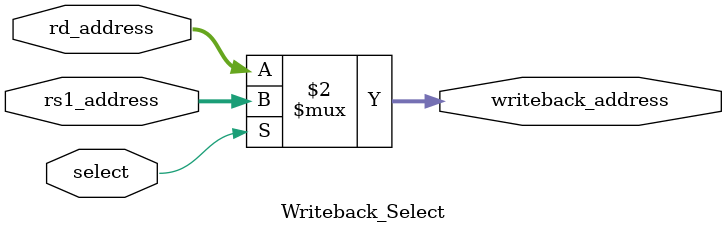
<source format=v>
`timescale 1ns / 1ps
module Writeback_Select(
    input select,
    input [4:0] rs1_address,
    input [4:0] rd_address,
    output [4:0] writeback_address
    );
	
	assign writeback_address = (select == 1)? rs1_address : rd_address;

endmodule

</source>
